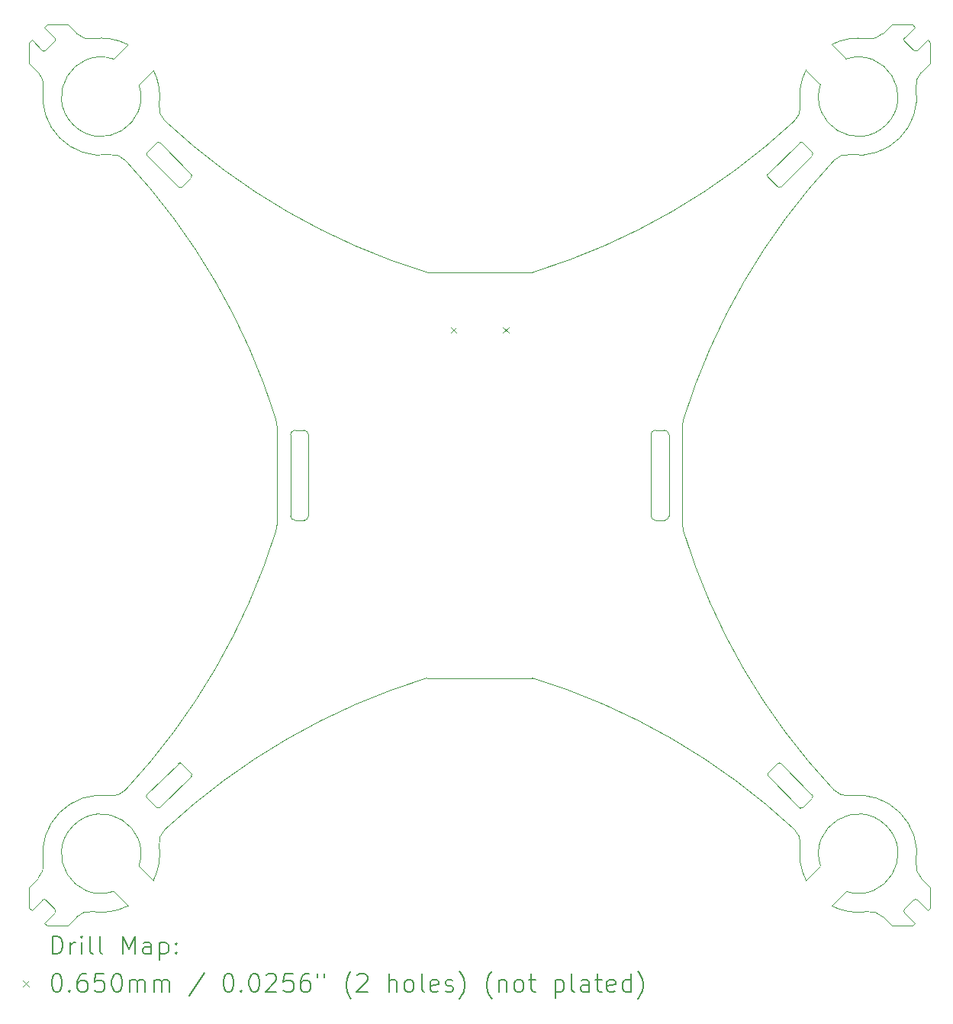
<source format=gbr>
%TF.GenerationSoftware,KiCad,Pcbnew,9.0.0*%
%TF.CreationDate,2025-03-11T12:59:44+05:30*%
%TF.ProjectId,LiteWingV2.5C,4c697465-5769-46e6-9756-322e35432e6b,rev?*%
%TF.SameCoordinates,Original*%
%TF.FileFunction,Drillmap*%
%TF.FilePolarity,Positive*%
%FSLAX45Y45*%
G04 Gerber Fmt 4.5, Leading zero omitted, Abs format (unit mm)*
G04 Created by KiCad (PCBNEW 9.0.0) date 2025-03-11 12:59:44*
%MOMM*%
%LPD*%
G01*
G04 APERTURE LIST*
%ADD10C,0.025400*%
%ADD11C,0.025000*%
%ADD12C,0.200000*%
%ADD13C,0.100000*%
G04 APERTURE END LIST*
D10*
X10630039Y-5860798D02*
G75*
G02*
X10807188Y-5924924I28521J-197962D01*
G01*
X10167175Y-14417398D02*
X10268293Y-14316281D01*
X10807179Y-12909857D02*
G75*
G02*
X10630041Y-12973973I-148619J133847D01*
G01*
X16998650Y-10037100D02*
G75*
G02*
X16987851Y-9966900I188640J64950D01*
G01*
X10439971Y-4574796D02*
G75*
G02*
X10268286Y-4518517I-30251J197726D01*
G01*
X11045888Y-12997602D02*
G75*
G02*
X11044065Y-12962351I16812J18542D01*
G01*
X18641809Y-4638652D02*
X18802007Y-4798850D01*
X18075712Y-6214991D02*
G75*
G02*
X18040452Y-6213167I-16712J18662D01*
G01*
X11245253Y-5486860D02*
G75*
G02*
X11181132Y-5309722I133807J148610D01*
G01*
D11*
X11245253Y-13347931D02*
G75*
G02*
X14152750Y-11667400I5103267J-5473789D01*
G01*
X18668236Y-12909869D02*
G75*
G02*
X16998650Y-10037100I5315111J5010564D01*
G01*
D10*
X19555048Y-14130206D02*
G75*
G02*
X19591234Y-14129326I18513J-16804D01*
G01*
X18230177Y-13347931D02*
G75*
G02*
X18294299Y-13525069I-133827J-148619D01*
G01*
X9766868Y-4588146D02*
X9737712Y-4617392D01*
X9768466Y-14248242D02*
X9885788Y-14130919D01*
D11*
X12477150Y-10036400D02*
G75*
G02*
X10807179Y-12909857I-7143563J2229637D01*
G01*
D10*
X9737712Y-4617392D02*
X9737712Y-4846856D01*
X10956252Y-13753112D02*
X11116449Y-13913310D01*
X18519254Y-13753366D02*
G75*
G02*
X18802463Y-14036096I418466J135966D01*
G01*
D11*
X16785695Y-8917400D02*
G75*
G02*
X16837597Y-8967645I-175J-52110D01*
G01*
D10*
X18424524Y-5833103D02*
G75*
G02*
X18426352Y-5868358I-16814J-18547D01*
G01*
X19450526Y-4600062D02*
G75*
G02*
X19553443Y-4702987I-1040406J-1143248D01*
G01*
X18802007Y-14035941D02*
X18641809Y-14196139D01*
X19537718Y-4417393D02*
X19308254Y-4417393D01*
X9884190Y-4705469D02*
X9766868Y-4588146D01*
X9906868Y-4448146D02*
X10024191Y-4565468D01*
X16987850Y-8866900D02*
G75*
G02*
X16998849Y-8797700I210850J1960D01*
G01*
X19737717Y-4617392D02*
X19706964Y-4586549D01*
D11*
X12691861Y-9917400D02*
X12789805Y-9917400D01*
X16987850Y-8866900D02*
X16987850Y-9966900D01*
D10*
X18044911Y-12616474D02*
G75*
G02*
X18080159Y-12614654I18539J-16816D01*
G01*
X11394690Y-12615713D02*
G75*
G02*
X11429959Y-12617553I16710J-18647D01*
G01*
X11185712Y-13103991D02*
X11536348Y-12757354D01*
X18845390Y-12973992D02*
G75*
G02*
X18668236Y-12909869I-28520J197982D01*
G01*
X18284690Y-5726713D02*
G75*
G02*
X18319959Y-5728553I16710J-18647D01*
G01*
X18294362Y-5310101D02*
G75*
G02*
X18230177Y-5486861I-197992J-28139D01*
G01*
X17935888Y-6108602D02*
G75*
G02*
X17934065Y-6073351I16812J18542D01*
G01*
X11429213Y-6219367D02*
G75*
G02*
X11393962Y-6221191I-18543J16828D01*
G01*
D11*
X18230177Y-5486860D02*
G75*
G02*
X15322750Y-7167391I-5103403J5473931D01*
G01*
X12837750Y-9867155D02*
G75*
G02*
X12789805Y-9917403I-47950J-2245D01*
G01*
D10*
X19449641Y-4563871D02*
X19566964Y-4446549D01*
X18424524Y-5833103D02*
X18319964Y-5728549D01*
X19636600Y-13886817D02*
G75*
G02*
X19580238Y-13715723I141420J141417D01*
G01*
X19591239Y-14129321D02*
X19708561Y-14246644D01*
X19566964Y-4446549D02*
X19537718Y-4417393D01*
X19737717Y-4846856D02*
X19737717Y-4617392D01*
X9737712Y-13987935D02*
X9737712Y-14217398D01*
D11*
X15322750Y-11667400D02*
G75*
G02*
X18230178Y-13347930I-2195970J-7154460D01*
G01*
D10*
X10024904Y-14234729D02*
G75*
G02*
X10025793Y-14270924I-16804J-18521D01*
G01*
X17938521Y-12756297D02*
X18285158Y-13106933D01*
X19706964Y-4586549D02*
X19589642Y-4703872D01*
X19034899Y-14260096D02*
G75*
G02*
X18641809Y-14196139I-97189J642636D01*
G01*
X9838829Y-4947973D02*
G75*
G02*
X9895108Y-5119651I-141429J-141427D01*
G01*
X10832808Y-14196545D02*
G75*
G02*
X10439388Y-14259911I-295098J579175D01*
G01*
D11*
X14152750Y-7167391D02*
G75*
G02*
X11245253Y-5486860I2195766J7154314D01*
G01*
X16837250Y-9867400D02*
G75*
G02*
X16787250Y-9917400I-50000J0D01*
G01*
D10*
X19737717Y-13987935D02*
X19636600Y-13886817D01*
X19308254Y-14417398D02*
X19537718Y-14417398D01*
X18320410Y-13105109D02*
X18424964Y-13000549D01*
X11047325Y-5870555D02*
G75*
G02*
X11049147Y-5835293I18635J16716D01*
G01*
X19308254Y-4417393D02*
X19207137Y-4518510D01*
D11*
X12636950Y-8967400D02*
G75*
G02*
X12689005Y-8917637I52060J-2350D01*
G01*
D10*
X11153714Y-5730732D02*
G75*
G02*
X11049149Y-5835295I-976204J871662D01*
G01*
D11*
X16687750Y-8917400D02*
X16785695Y-8917400D01*
D10*
X10024191Y-4565468D02*
G75*
G02*
X10023309Y-4601671I-17671J-17682D01*
G01*
X10440505Y-4574695D02*
G75*
G02*
X10833620Y-4638652I97205J-642655D01*
G01*
X10167175Y-4417393D02*
X9937712Y-4417393D01*
X9908466Y-14388242D02*
X9937712Y-14417398D01*
D11*
X16837605Y-8967645D02*
X16837250Y-9867400D01*
D10*
X19568561Y-14386644D02*
X19451238Y-14269322D01*
X9838829Y-13886817D02*
X9737712Y-13987935D01*
X18358980Y-13913310D02*
G75*
G02*
X18294360Y-13524690I578770J295920D01*
G01*
X9895014Y-13714605D02*
G75*
G02*
X10630420Y-12974040I642692J97209D01*
G01*
X10673423Y-4798850D02*
X10833620Y-4638652D01*
X11185712Y-13103991D02*
G75*
G02*
X11150452Y-13102167I-16712J18662D01*
G01*
X9920381Y-4704584D02*
G75*
G02*
X10023305Y-4601667I1143249J-1040406D01*
G01*
D11*
X12636950Y-8967400D02*
X12637750Y-9867155D01*
D10*
X19555048Y-14130206D02*
G75*
G02*
X19452123Y-14233123I-1143248J1040406D01*
G01*
D11*
X12691861Y-9917400D02*
G75*
G02*
X12637749Y-9867155I-261J53980D01*
G01*
D10*
X18802007Y-4798850D02*
G75*
G02*
X18519015Y-5082166I135693J-418530D01*
G01*
X19450526Y-4600062D02*
G75*
G02*
X19449636Y-4563866I16804J18522D01*
G01*
X10629303Y-5860925D02*
G75*
G02*
X9895169Y-5119065I-91593J643535D01*
G01*
X18294362Y-5310101D02*
G75*
G02*
X18359074Y-4921299I643328J92711D01*
G01*
X10024904Y-14234729D02*
G75*
G02*
X9921987Y-14131804I1040407J1143249D01*
G01*
X19580415Y-5120211D02*
G75*
G02*
X18845009Y-5860744I-642695J-97179D01*
G01*
X19207137Y-14316281D02*
X19308254Y-14417398D01*
X18044911Y-12616474D02*
G75*
G02*
X17940345Y-12721036I-975981J871444D01*
G01*
D11*
X12689805Y-8917400D02*
X12786950Y-8917400D01*
D10*
X11394690Y-12615713D02*
X11044065Y-12962350D01*
X19580314Y-5119652D02*
G75*
G02*
X19636595Y-4947968I197716J30252D01*
G01*
X10673423Y-14035941D02*
G75*
G02*
X10956413Y-13752632I-135700J418538D01*
G01*
X19708561Y-14246644D02*
X19737717Y-14217398D01*
D11*
X16689305Y-9917400D02*
G75*
G02*
X16637252Y-9867400I-245J51840D01*
G01*
D10*
X9937712Y-14417398D02*
X10167175Y-14417398D01*
D11*
X16998850Y-8797700D02*
G75*
G02*
X18668250Y-5924934I7140490J-2227990D01*
G01*
D10*
X15322750Y-7167391D02*
X14152750Y-7167391D01*
X10025789Y-14270920D02*
X9908466Y-14388242D01*
X19537718Y-14417397D02*
X19568561Y-14386644D01*
X18426800Y-12965276D02*
X18080162Y-12614650D01*
D11*
X10807179Y-5924933D02*
G75*
G02*
X12477050Y-8798400I-5472889J-5102429D01*
G01*
D10*
X11429213Y-6219367D02*
X11533767Y-6114807D01*
X11535603Y-6079534D02*
X11188966Y-5728908D01*
X12477050Y-8798400D02*
G75*
G02*
X12487549Y-8868200I-204040J-66380D01*
G01*
X19035458Y-14259994D02*
G75*
G02*
X19207140Y-14316277I30262J-197676D01*
G01*
X19636600Y-4947973D02*
X19737717Y-4846856D01*
X9885788Y-14130919D02*
G75*
G02*
X9921992Y-14131800I17682J-17681D01*
G01*
X19737717Y-14217398D02*
X19737717Y-13987935D01*
X18668250Y-5924933D02*
G75*
G02*
X18845387Y-5860817I148630J-133877D01*
G01*
X19589642Y-4703872D02*
G75*
G02*
X19553439Y-4702990I-17682J17652D01*
G01*
D11*
X12487550Y-8868200D02*
X12487950Y-9967100D01*
D10*
X12487950Y-9967100D02*
G75*
G02*
X12477149Y-10036400I-308890J12650D01*
G01*
X11116449Y-4921506D02*
X10956252Y-5081679D01*
X18519152Y-5081679D02*
X18358980Y-4921506D01*
X14152750Y-11667400D02*
X15322750Y-11667400D01*
X18426800Y-12965276D02*
G75*
G02*
X18424964Y-13000550I-18650J-16714D01*
G01*
X17938521Y-12756297D02*
G75*
G02*
X17940341Y-12721032I18649J16717D01*
G01*
X11181118Y-13525071D02*
G75*
G02*
X11245240Y-13347917I197982J28521D01*
G01*
X19207137Y-4518510D02*
G75*
G02*
X19035458Y-4574792I-141417J141390D01*
G01*
X10833620Y-14196139D02*
X10673423Y-14035941D01*
D11*
X16787250Y-9917400D02*
X16689805Y-9917400D01*
D10*
X9895014Y-13714605D02*
G75*
G02*
X9838832Y-13886821I-197584J-30815D01*
G01*
D11*
X12786950Y-8917400D02*
G75*
G02*
X12836950Y-8967400I0J-50000D01*
G01*
D10*
X11534524Y-12722103D02*
G75*
G02*
X11536352Y-12757358I-16814J-18547D01*
G01*
D11*
X12836950Y-8967400D02*
X12837750Y-9867155D01*
D10*
X11153714Y-5730732D02*
G75*
G02*
X11188968Y-5728906I18546J-16828D01*
G01*
X11116348Y-4921303D02*
G75*
G02*
X11181056Y-5310099I-578638J-296087D01*
G01*
X11047325Y-5870555D02*
X11393962Y-6221191D01*
X17935888Y-6108602D02*
G75*
G02*
X18040451Y-6213167I-871458J-975998D01*
G01*
X18358980Y-13913310D02*
X18519254Y-13753366D01*
X11181118Y-13525071D02*
G75*
G02*
X11116449Y-13913310I-643438J-92329D01*
G01*
X18284690Y-5726713D02*
X17934065Y-6073350D01*
X11535603Y-6079534D02*
G75*
G02*
X11533769Y-6114809I-18643J-16716D01*
G01*
X10956252Y-5081679D02*
G75*
G02*
X10672942Y-4798689I-418538J-135700D01*
G01*
X18642622Y-4638246D02*
G75*
G02*
X19036041Y-4574875I295108J-579194D01*
G01*
X19451238Y-14269322D02*
G75*
G02*
X19452120Y-14233120I17642J17682D01*
G01*
X10268293Y-14316281D02*
G75*
G02*
X10439970Y-14259998I141427J-141419D01*
G01*
D11*
X16637605Y-8967645D02*
G75*
G02*
X16687605Y-8917645I49985J15D01*
G01*
D10*
X18075712Y-6214991D02*
X18426348Y-5868354D01*
X9920381Y-4704584D02*
G75*
G02*
X9884186Y-4705472I-18521J16804D01*
G01*
X10268293Y-4518510D02*
X10167175Y-4417393D01*
X9937711Y-4417393D02*
X9906868Y-4448146D01*
X11534524Y-12722103D02*
X11429964Y-12617549D01*
X9737712Y-4846856D02*
X9838829Y-4947973D01*
D11*
X16637605Y-8967645D02*
X16637250Y-9867400D01*
D10*
X18846127Y-12973891D02*
G75*
G02*
X19580235Y-13715723I91603J-643499D01*
G01*
X9737713Y-14217399D02*
X9768466Y-14248242D01*
X11045888Y-12997602D02*
G75*
G02*
X11150451Y-13102167I-871618J-976158D01*
G01*
X18320410Y-13105109D02*
G75*
G02*
X18285162Y-13106929I-18540J16829D01*
G01*
D12*
D13*
X14416250Y-7773400D02*
X14481250Y-7838400D01*
X14481250Y-7773400D02*
X14416250Y-7838400D01*
X14994250Y-7773400D02*
X15059250Y-7838400D01*
X15059250Y-7773400D02*
X14994250Y-7838400D01*
D12*
X9997218Y-14730152D02*
X9997218Y-14530152D01*
X9997218Y-14530152D02*
X10044837Y-14530152D01*
X10044837Y-14530152D02*
X10073409Y-14539676D01*
X10073409Y-14539676D02*
X10092457Y-14558723D01*
X10092457Y-14558723D02*
X10101980Y-14577771D01*
X10101980Y-14577771D02*
X10111504Y-14615866D01*
X10111504Y-14615866D02*
X10111504Y-14644437D01*
X10111504Y-14644437D02*
X10101980Y-14682533D01*
X10101980Y-14682533D02*
X10092457Y-14701580D01*
X10092457Y-14701580D02*
X10073409Y-14720628D01*
X10073409Y-14720628D02*
X10044837Y-14730152D01*
X10044837Y-14730152D02*
X9997218Y-14730152D01*
X10197218Y-14730152D02*
X10197218Y-14596818D01*
X10197218Y-14634914D02*
X10206742Y-14615866D01*
X10206742Y-14615866D02*
X10216266Y-14606342D01*
X10216266Y-14606342D02*
X10235314Y-14596818D01*
X10235314Y-14596818D02*
X10254361Y-14596818D01*
X10321028Y-14730152D02*
X10321028Y-14596818D01*
X10321028Y-14530152D02*
X10311504Y-14539676D01*
X10311504Y-14539676D02*
X10321028Y-14549199D01*
X10321028Y-14549199D02*
X10330552Y-14539676D01*
X10330552Y-14539676D02*
X10321028Y-14530152D01*
X10321028Y-14530152D02*
X10321028Y-14549199D01*
X10444837Y-14730152D02*
X10425790Y-14720628D01*
X10425790Y-14720628D02*
X10416266Y-14701580D01*
X10416266Y-14701580D02*
X10416266Y-14530152D01*
X10549599Y-14730152D02*
X10530552Y-14720628D01*
X10530552Y-14720628D02*
X10521028Y-14701580D01*
X10521028Y-14701580D02*
X10521028Y-14530152D01*
X10778171Y-14730152D02*
X10778171Y-14530152D01*
X10778171Y-14530152D02*
X10844838Y-14673009D01*
X10844838Y-14673009D02*
X10911504Y-14530152D01*
X10911504Y-14530152D02*
X10911504Y-14730152D01*
X11092457Y-14730152D02*
X11092457Y-14625390D01*
X11092457Y-14625390D02*
X11082933Y-14606342D01*
X11082933Y-14606342D02*
X11063885Y-14596818D01*
X11063885Y-14596818D02*
X11025790Y-14596818D01*
X11025790Y-14596818D02*
X11006742Y-14606342D01*
X11092457Y-14720628D02*
X11073409Y-14730152D01*
X11073409Y-14730152D02*
X11025790Y-14730152D01*
X11025790Y-14730152D02*
X11006742Y-14720628D01*
X11006742Y-14720628D02*
X10997218Y-14701580D01*
X10997218Y-14701580D02*
X10997218Y-14682533D01*
X10997218Y-14682533D02*
X11006742Y-14663485D01*
X11006742Y-14663485D02*
X11025790Y-14653961D01*
X11025790Y-14653961D02*
X11073409Y-14653961D01*
X11073409Y-14653961D02*
X11092457Y-14644437D01*
X11187695Y-14596818D02*
X11187695Y-14796818D01*
X11187695Y-14606342D02*
X11206742Y-14596818D01*
X11206742Y-14596818D02*
X11244837Y-14596818D01*
X11244837Y-14596818D02*
X11263885Y-14606342D01*
X11263885Y-14606342D02*
X11273409Y-14615866D01*
X11273409Y-14615866D02*
X11282933Y-14634914D01*
X11282933Y-14634914D02*
X11282933Y-14692056D01*
X11282933Y-14692056D02*
X11273409Y-14711104D01*
X11273409Y-14711104D02*
X11263885Y-14720628D01*
X11263885Y-14720628D02*
X11244837Y-14730152D01*
X11244837Y-14730152D02*
X11206742Y-14730152D01*
X11206742Y-14730152D02*
X11187695Y-14720628D01*
X11368647Y-14711104D02*
X11378171Y-14720628D01*
X11378171Y-14720628D02*
X11368647Y-14730152D01*
X11368647Y-14730152D02*
X11359123Y-14720628D01*
X11359123Y-14720628D02*
X11368647Y-14711104D01*
X11368647Y-14711104D02*
X11368647Y-14730152D01*
X11368647Y-14606342D02*
X11378171Y-14615866D01*
X11378171Y-14615866D02*
X11368647Y-14625390D01*
X11368647Y-14625390D02*
X11359123Y-14615866D01*
X11359123Y-14615866D02*
X11368647Y-14606342D01*
X11368647Y-14606342D02*
X11368647Y-14625390D01*
D13*
X9671442Y-15026168D02*
X9736442Y-15091168D01*
X9736442Y-15026168D02*
X9671442Y-15091168D01*
D12*
X10035314Y-14950152D02*
X10054361Y-14950152D01*
X10054361Y-14950152D02*
X10073409Y-14959676D01*
X10073409Y-14959676D02*
X10082933Y-14969199D01*
X10082933Y-14969199D02*
X10092457Y-14988247D01*
X10092457Y-14988247D02*
X10101980Y-15026342D01*
X10101980Y-15026342D02*
X10101980Y-15073961D01*
X10101980Y-15073961D02*
X10092457Y-15112056D01*
X10092457Y-15112056D02*
X10082933Y-15131104D01*
X10082933Y-15131104D02*
X10073409Y-15140628D01*
X10073409Y-15140628D02*
X10054361Y-15150152D01*
X10054361Y-15150152D02*
X10035314Y-15150152D01*
X10035314Y-15150152D02*
X10016266Y-15140628D01*
X10016266Y-15140628D02*
X10006742Y-15131104D01*
X10006742Y-15131104D02*
X9997218Y-15112056D01*
X9997218Y-15112056D02*
X9987695Y-15073961D01*
X9987695Y-15073961D02*
X9987695Y-15026342D01*
X9987695Y-15026342D02*
X9997218Y-14988247D01*
X9997218Y-14988247D02*
X10006742Y-14969199D01*
X10006742Y-14969199D02*
X10016266Y-14959676D01*
X10016266Y-14959676D02*
X10035314Y-14950152D01*
X10187695Y-15131104D02*
X10197218Y-15140628D01*
X10197218Y-15140628D02*
X10187695Y-15150152D01*
X10187695Y-15150152D02*
X10178171Y-15140628D01*
X10178171Y-15140628D02*
X10187695Y-15131104D01*
X10187695Y-15131104D02*
X10187695Y-15150152D01*
X10368647Y-14950152D02*
X10330552Y-14950152D01*
X10330552Y-14950152D02*
X10311504Y-14959676D01*
X10311504Y-14959676D02*
X10301980Y-14969199D01*
X10301980Y-14969199D02*
X10282933Y-14997771D01*
X10282933Y-14997771D02*
X10273409Y-15035866D01*
X10273409Y-15035866D02*
X10273409Y-15112056D01*
X10273409Y-15112056D02*
X10282933Y-15131104D01*
X10282933Y-15131104D02*
X10292457Y-15140628D01*
X10292457Y-15140628D02*
X10311504Y-15150152D01*
X10311504Y-15150152D02*
X10349599Y-15150152D01*
X10349599Y-15150152D02*
X10368647Y-15140628D01*
X10368647Y-15140628D02*
X10378171Y-15131104D01*
X10378171Y-15131104D02*
X10387695Y-15112056D01*
X10387695Y-15112056D02*
X10387695Y-15064437D01*
X10387695Y-15064437D02*
X10378171Y-15045390D01*
X10378171Y-15045390D02*
X10368647Y-15035866D01*
X10368647Y-15035866D02*
X10349599Y-15026342D01*
X10349599Y-15026342D02*
X10311504Y-15026342D01*
X10311504Y-15026342D02*
X10292457Y-15035866D01*
X10292457Y-15035866D02*
X10282933Y-15045390D01*
X10282933Y-15045390D02*
X10273409Y-15064437D01*
X10568647Y-14950152D02*
X10473409Y-14950152D01*
X10473409Y-14950152D02*
X10463885Y-15045390D01*
X10463885Y-15045390D02*
X10473409Y-15035866D01*
X10473409Y-15035866D02*
X10492457Y-15026342D01*
X10492457Y-15026342D02*
X10540076Y-15026342D01*
X10540076Y-15026342D02*
X10559123Y-15035866D01*
X10559123Y-15035866D02*
X10568647Y-15045390D01*
X10568647Y-15045390D02*
X10578171Y-15064437D01*
X10578171Y-15064437D02*
X10578171Y-15112056D01*
X10578171Y-15112056D02*
X10568647Y-15131104D01*
X10568647Y-15131104D02*
X10559123Y-15140628D01*
X10559123Y-15140628D02*
X10540076Y-15150152D01*
X10540076Y-15150152D02*
X10492457Y-15150152D01*
X10492457Y-15150152D02*
X10473409Y-15140628D01*
X10473409Y-15140628D02*
X10463885Y-15131104D01*
X10701980Y-14950152D02*
X10721028Y-14950152D01*
X10721028Y-14950152D02*
X10740076Y-14959676D01*
X10740076Y-14959676D02*
X10749599Y-14969199D01*
X10749599Y-14969199D02*
X10759123Y-14988247D01*
X10759123Y-14988247D02*
X10768647Y-15026342D01*
X10768647Y-15026342D02*
X10768647Y-15073961D01*
X10768647Y-15073961D02*
X10759123Y-15112056D01*
X10759123Y-15112056D02*
X10749599Y-15131104D01*
X10749599Y-15131104D02*
X10740076Y-15140628D01*
X10740076Y-15140628D02*
X10721028Y-15150152D01*
X10721028Y-15150152D02*
X10701980Y-15150152D01*
X10701980Y-15150152D02*
X10682933Y-15140628D01*
X10682933Y-15140628D02*
X10673409Y-15131104D01*
X10673409Y-15131104D02*
X10663885Y-15112056D01*
X10663885Y-15112056D02*
X10654361Y-15073961D01*
X10654361Y-15073961D02*
X10654361Y-15026342D01*
X10654361Y-15026342D02*
X10663885Y-14988247D01*
X10663885Y-14988247D02*
X10673409Y-14969199D01*
X10673409Y-14969199D02*
X10682933Y-14959676D01*
X10682933Y-14959676D02*
X10701980Y-14950152D01*
X10854361Y-15150152D02*
X10854361Y-15016818D01*
X10854361Y-15035866D02*
X10863885Y-15026342D01*
X10863885Y-15026342D02*
X10882933Y-15016818D01*
X10882933Y-15016818D02*
X10911504Y-15016818D01*
X10911504Y-15016818D02*
X10930552Y-15026342D01*
X10930552Y-15026342D02*
X10940076Y-15045390D01*
X10940076Y-15045390D02*
X10940076Y-15150152D01*
X10940076Y-15045390D02*
X10949599Y-15026342D01*
X10949599Y-15026342D02*
X10968647Y-15016818D01*
X10968647Y-15016818D02*
X10997218Y-15016818D01*
X10997218Y-15016818D02*
X11016266Y-15026342D01*
X11016266Y-15026342D02*
X11025790Y-15045390D01*
X11025790Y-15045390D02*
X11025790Y-15150152D01*
X11121028Y-15150152D02*
X11121028Y-15016818D01*
X11121028Y-15035866D02*
X11130552Y-15026342D01*
X11130552Y-15026342D02*
X11149599Y-15016818D01*
X11149599Y-15016818D02*
X11178171Y-15016818D01*
X11178171Y-15016818D02*
X11197218Y-15026342D01*
X11197218Y-15026342D02*
X11206742Y-15045390D01*
X11206742Y-15045390D02*
X11206742Y-15150152D01*
X11206742Y-15045390D02*
X11216266Y-15026342D01*
X11216266Y-15026342D02*
X11235314Y-15016818D01*
X11235314Y-15016818D02*
X11263885Y-15016818D01*
X11263885Y-15016818D02*
X11282933Y-15026342D01*
X11282933Y-15026342D02*
X11292457Y-15045390D01*
X11292457Y-15045390D02*
X11292457Y-15150152D01*
X11682933Y-14940628D02*
X11511504Y-15197771D01*
X11940076Y-14950152D02*
X11959123Y-14950152D01*
X11959123Y-14950152D02*
X11978171Y-14959676D01*
X11978171Y-14959676D02*
X11987695Y-14969199D01*
X11987695Y-14969199D02*
X11997219Y-14988247D01*
X11997219Y-14988247D02*
X12006742Y-15026342D01*
X12006742Y-15026342D02*
X12006742Y-15073961D01*
X12006742Y-15073961D02*
X11997219Y-15112056D01*
X11997219Y-15112056D02*
X11987695Y-15131104D01*
X11987695Y-15131104D02*
X11978171Y-15140628D01*
X11978171Y-15140628D02*
X11959123Y-15150152D01*
X11959123Y-15150152D02*
X11940076Y-15150152D01*
X11940076Y-15150152D02*
X11921028Y-15140628D01*
X11921028Y-15140628D02*
X11911504Y-15131104D01*
X11911504Y-15131104D02*
X11901980Y-15112056D01*
X11901980Y-15112056D02*
X11892457Y-15073961D01*
X11892457Y-15073961D02*
X11892457Y-15026342D01*
X11892457Y-15026342D02*
X11901980Y-14988247D01*
X11901980Y-14988247D02*
X11911504Y-14969199D01*
X11911504Y-14969199D02*
X11921028Y-14959676D01*
X11921028Y-14959676D02*
X11940076Y-14950152D01*
X12092457Y-15131104D02*
X12101980Y-15140628D01*
X12101980Y-15140628D02*
X12092457Y-15150152D01*
X12092457Y-15150152D02*
X12082933Y-15140628D01*
X12082933Y-15140628D02*
X12092457Y-15131104D01*
X12092457Y-15131104D02*
X12092457Y-15150152D01*
X12225790Y-14950152D02*
X12244838Y-14950152D01*
X12244838Y-14950152D02*
X12263885Y-14959676D01*
X12263885Y-14959676D02*
X12273409Y-14969199D01*
X12273409Y-14969199D02*
X12282933Y-14988247D01*
X12282933Y-14988247D02*
X12292457Y-15026342D01*
X12292457Y-15026342D02*
X12292457Y-15073961D01*
X12292457Y-15073961D02*
X12282933Y-15112056D01*
X12282933Y-15112056D02*
X12273409Y-15131104D01*
X12273409Y-15131104D02*
X12263885Y-15140628D01*
X12263885Y-15140628D02*
X12244838Y-15150152D01*
X12244838Y-15150152D02*
X12225790Y-15150152D01*
X12225790Y-15150152D02*
X12206742Y-15140628D01*
X12206742Y-15140628D02*
X12197219Y-15131104D01*
X12197219Y-15131104D02*
X12187695Y-15112056D01*
X12187695Y-15112056D02*
X12178171Y-15073961D01*
X12178171Y-15073961D02*
X12178171Y-15026342D01*
X12178171Y-15026342D02*
X12187695Y-14988247D01*
X12187695Y-14988247D02*
X12197219Y-14969199D01*
X12197219Y-14969199D02*
X12206742Y-14959676D01*
X12206742Y-14959676D02*
X12225790Y-14950152D01*
X12368647Y-14969199D02*
X12378171Y-14959676D01*
X12378171Y-14959676D02*
X12397219Y-14950152D01*
X12397219Y-14950152D02*
X12444838Y-14950152D01*
X12444838Y-14950152D02*
X12463885Y-14959676D01*
X12463885Y-14959676D02*
X12473409Y-14969199D01*
X12473409Y-14969199D02*
X12482933Y-14988247D01*
X12482933Y-14988247D02*
X12482933Y-15007295D01*
X12482933Y-15007295D02*
X12473409Y-15035866D01*
X12473409Y-15035866D02*
X12359123Y-15150152D01*
X12359123Y-15150152D02*
X12482933Y-15150152D01*
X12663885Y-14950152D02*
X12568647Y-14950152D01*
X12568647Y-14950152D02*
X12559123Y-15045390D01*
X12559123Y-15045390D02*
X12568647Y-15035866D01*
X12568647Y-15035866D02*
X12587695Y-15026342D01*
X12587695Y-15026342D02*
X12635314Y-15026342D01*
X12635314Y-15026342D02*
X12654361Y-15035866D01*
X12654361Y-15035866D02*
X12663885Y-15045390D01*
X12663885Y-15045390D02*
X12673409Y-15064437D01*
X12673409Y-15064437D02*
X12673409Y-15112056D01*
X12673409Y-15112056D02*
X12663885Y-15131104D01*
X12663885Y-15131104D02*
X12654361Y-15140628D01*
X12654361Y-15140628D02*
X12635314Y-15150152D01*
X12635314Y-15150152D02*
X12587695Y-15150152D01*
X12587695Y-15150152D02*
X12568647Y-15140628D01*
X12568647Y-15140628D02*
X12559123Y-15131104D01*
X12844838Y-14950152D02*
X12806742Y-14950152D01*
X12806742Y-14950152D02*
X12787695Y-14959676D01*
X12787695Y-14959676D02*
X12778171Y-14969199D01*
X12778171Y-14969199D02*
X12759123Y-14997771D01*
X12759123Y-14997771D02*
X12749600Y-15035866D01*
X12749600Y-15035866D02*
X12749600Y-15112056D01*
X12749600Y-15112056D02*
X12759123Y-15131104D01*
X12759123Y-15131104D02*
X12768647Y-15140628D01*
X12768647Y-15140628D02*
X12787695Y-15150152D01*
X12787695Y-15150152D02*
X12825790Y-15150152D01*
X12825790Y-15150152D02*
X12844838Y-15140628D01*
X12844838Y-15140628D02*
X12854361Y-15131104D01*
X12854361Y-15131104D02*
X12863885Y-15112056D01*
X12863885Y-15112056D02*
X12863885Y-15064437D01*
X12863885Y-15064437D02*
X12854361Y-15045390D01*
X12854361Y-15045390D02*
X12844838Y-15035866D01*
X12844838Y-15035866D02*
X12825790Y-15026342D01*
X12825790Y-15026342D02*
X12787695Y-15026342D01*
X12787695Y-15026342D02*
X12768647Y-15035866D01*
X12768647Y-15035866D02*
X12759123Y-15045390D01*
X12759123Y-15045390D02*
X12749600Y-15064437D01*
X12940076Y-14950152D02*
X12940076Y-14988247D01*
X13016266Y-14950152D02*
X13016266Y-14988247D01*
X13311504Y-15226342D02*
X13301981Y-15216818D01*
X13301981Y-15216818D02*
X13282933Y-15188247D01*
X13282933Y-15188247D02*
X13273409Y-15169199D01*
X13273409Y-15169199D02*
X13263885Y-15140628D01*
X13263885Y-15140628D02*
X13254362Y-15093009D01*
X13254362Y-15093009D02*
X13254362Y-15054914D01*
X13254362Y-15054914D02*
X13263885Y-15007295D01*
X13263885Y-15007295D02*
X13273409Y-14978723D01*
X13273409Y-14978723D02*
X13282933Y-14959676D01*
X13282933Y-14959676D02*
X13301981Y-14931104D01*
X13301981Y-14931104D02*
X13311504Y-14921580D01*
X13378171Y-14969199D02*
X13387695Y-14959676D01*
X13387695Y-14959676D02*
X13406742Y-14950152D01*
X13406742Y-14950152D02*
X13454362Y-14950152D01*
X13454362Y-14950152D02*
X13473409Y-14959676D01*
X13473409Y-14959676D02*
X13482933Y-14969199D01*
X13482933Y-14969199D02*
X13492457Y-14988247D01*
X13492457Y-14988247D02*
X13492457Y-15007295D01*
X13492457Y-15007295D02*
X13482933Y-15035866D01*
X13482933Y-15035866D02*
X13368647Y-15150152D01*
X13368647Y-15150152D02*
X13492457Y-15150152D01*
X13730552Y-15150152D02*
X13730552Y-14950152D01*
X13816266Y-15150152D02*
X13816266Y-15045390D01*
X13816266Y-15045390D02*
X13806743Y-15026342D01*
X13806743Y-15026342D02*
X13787695Y-15016818D01*
X13787695Y-15016818D02*
X13759123Y-15016818D01*
X13759123Y-15016818D02*
X13740076Y-15026342D01*
X13740076Y-15026342D02*
X13730552Y-15035866D01*
X13940076Y-15150152D02*
X13921028Y-15140628D01*
X13921028Y-15140628D02*
X13911504Y-15131104D01*
X13911504Y-15131104D02*
X13901981Y-15112056D01*
X13901981Y-15112056D02*
X13901981Y-15054914D01*
X13901981Y-15054914D02*
X13911504Y-15035866D01*
X13911504Y-15035866D02*
X13921028Y-15026342D01*
X13921028Y-15026342D02*
X13940076Y-15016818D01*
X13940076Y-15016818D02*
X13968647Y-15016818D01*
X13968647Y-15016818D02*
X13987695Y-15026342D01*
X13987695Y-15026342D02*
X13997219Y-15035866D01*
X13997219Y-15035866D02*
X14006743Y-15054914D01*
X14006743Y-15054914D02*
X14006743Y-15112056D01*
X14006743Y-15112056D02*
X13997219Y-15131104D01*
X13997219Y-15131104D02*
X13987695Y-15140628D01*
X13987695Y-15140628D02*
X13968647Y-15150152D01*
X13968647Y-15150152D02*
X13940076Y-15150152D01*
X14121028Y-15150152D02*
X14101981Y-15140628D01*
X14101981Y-15140628D02*
X14092457Y-15121580D01*
X14092457Y-15121580D02*
X14092457Y-14950152D01*
X14273409Y-15140628D02*
X14254362Y-15150152D01*
X14254362Y-15150152D02*
X14216266Y-15150152D01*
X14216266Y-15150152D02*
X14197219Y-15140628D01*
X14197219Y-15140628D02*
X14187695Y-15121580D01*
X14187695Y-15121580D02*
X14187695Y-15045390D01*
X14187695Y-15045390D02*
X14197219Y-15026342D01*
X14197219Y-15026342D02*
X14216266Y-15016818D01*
X14216266Y-15016818D02*
X14254362Y-15016818D01*
X14254362Y-15016818D02*
X14273409Y-15026342D01*
X14273409Y-15026342D02*
X14282933Y-15045390D01*
X14282933Y-15045390D02*
X14282933Y-15064437D01*
X14282933Y-15064437D02*
X14187695Y-15083485D01*
X14359124Y-15140628D02*
X14378171Y-15150152D01*
X14378171Y-15150152D02*
X14416266Y-15150152D01*
X14416266Y-15150152D02*
X14435314Y-15140628D01*
X14435314Y-15140628D02*
X14444838Y-15121580D01*
X14444838Y-15121580D02*
X14444838Y-15112056D01*
X14444838Y-15112056D02*
X14435314Y-15093009D01*
X14435314Y-15093009D02*
X14416266Y-15083485D01*
X14416266Y-15083485D02*
X14387695Y-15083485D01*
X14387695Y-15083485D02*
X14368647Y-15073961D01*
X14368647Y-15073961D02*
X14359124Y-15054914D01*
X14359124Y-15054914D02*
X14359124Y-15045390D01*
X14359124Y-15045390D02*
X14368647Y-15026342D01*
X14368647Y-15026342D02*
X14387695Y-15016818D01*
X14387695Y-15016818D02*
X14416266Y-15016818D01*
X14416266Y-15016818D02*
X14435314Y-15026342D01*
X14511505Y-15226342D02*
X14521028Y-15216818D01*
X14521028Y-15216818D02*
X14540076Y-15188247D01*
X14540076Y-15188247D02*
X14549600Y-15169199D01*
X14549600Y-15169199D02*
X14559124Y-15140628D01*
X14559124Y-15140628D02*
X14568647Y-15093009D01*
X14568647Y-15093009D02*
X14568647Y-15054914D01*
X14568647Y-15054914D02*
X14559124Y-15007295D01*
X14559124Y-15007295D02*
X14549600Y-14978723D01*
X14549600Y-14978723D02*
X14540076Y-14959676D01*
X14540076Y-14959676D02*
X14521028Y-14931104D01*
X14521028Y-14931104D02*
X14511505Y-14921580D01*
X14873409Y-15226342D02*
X14863885Y-15216818D01*
X14863885Y-15216818D02*
X14844838Y-15188247D01*
X14844838Y-15188247D02*
X14835314Y-15169199D01*
X14835314Y-15169199D02*
X14825790Y-15140628D01*
X14825790Y-15140628D02*
X14816266Y-15093009D01*
X14816266Y-15093009D02*
X14816266Y-15054914D01*
X14816266Y-15054914D02*
X14825790Y-15007295D01*
X14825790Y-15007295D02*
X14835314Y-14978723D01*
X14835314Y-14978723D02*
X14844838Y-14959676D01*
X14844838Y-14959676D02*
X14863885Y-14931104D01*
X14863885Y-14931104D02*
X14873409Y-14921580D01*
X14949600Y-15016818D02*
X14949600Y-15150152D01*
X14949600Y-15035866D02*
X14959124Y-15026342D01*
X14959124Y-15026342D02*
X14978171Y-15016818D01*
X14978171Y-15016818D02*
X15006743Y-15016818D01*
X15006743Y-15016818D02*
X15025790Y-15026342D01*
X15025790Y-15026342D02*
X15035314Y-15045390D01*
X15035314Y-15045390D02*
X15035314Y-15150152D01*
X15159124Y-15150152D02*
X15140076Y-15140628D01*
X15140076Y-15140628D02*
X15130552Y-15131104D01*
X15130552Y-15131104D02*
X15121028Y-15112056D01*
X15121028Y-15112056D02*
X15121028Y-15054914D01*
X15121028Y-15054914D02*
X15130552Y-15035866D01*
X15130552Y-15035866D02*
X15140076Y-15026342D01*
X15140076Y-15026342D02*
X15159124Y-15016818D01*
X15159124Y-15016818D02*
X15187695Y-15016818D01*
X15187695Y-15016818D02*
X15206743Y-15026342D01*
X15206743Y-15026342D02*
X15216266Y-15035866D01*
X15216266Y-15035866D02*
X15225790Y-15054914D01*
X15225790Y-15054914D02*
X15225790Y-15112056D01*
X15225790Y-15112056D02*
X15216266Y-15131104D01*
X15216266Y-15131104D02*
X15206743Y-15140628D01*
X15206743Y-15140628D02*
X15187695Y-15150152D01*
X15187695Y-15150152D02*
X15159124Y-15150152D01*
X15282933Y-15016818D02*
X15359124Y-15016818D01*
X15311505Y-14950152D02*
X15311505Y-15121580D01*
X15311505Y-15121580D02*
X15321028Y-15140628D01*
X15321028Y-15140628D02*
X15340076Y-15150152D01*
X15340076Y-15150152D02*
X15359124Y-15150152D01*
X15578171Y-15016818D02*
X15578171Y-15216818D01*
X15578171Y-15026342D02*
X15597219Y-15016818D01*
X15597219Y-15016818D02*
X15635314Y-15016818D01*
X15635314Y-15016818D02*
X15654362Y-15026342D01*
X15654362Y-15026342D02*
X15663886Y-15035866D01*
X15663886Y-15035866D02*
X15673409Y-15054914D01*
X15673409Y-15054914D02*
X15673409Y-15112056D01*
X15673409Y-15112056D02*
X15663886Y-15131104D01*
X15663886Y-15131104D02*
X15654362Y-15140628D01*
X15654362Y-15140628D02*
X15635314Y-15150152D01*
X15635314Y-15150152D02*
X15597219Y-15150152D01*
X15597219Y-15150152D02*
X15578171Y-15140628D01*
X15787695Y-15150152D02*
X15768647Y-15140628D01*
X15768647Y-15140628D02*
X15759124Y-15121580D01*
X15759124Y-15121580D02*
X15759124Y-14950152D01*
X15949600Y-15150152D02*
X15949600Y-15045390D01*
X15949600Y-15045390D02*
X15940076Y-15026342D01*
X15940076Y-15026342D02*
X15921028Y-15016818D01*
X15921028Y-15016818D02*
X15882933Y-15016818D01*
X15882933Y-15016818D02*
X15863886Y-15026342D01*
X15949600Y-15140628D02*
X15930552Y-15150152D01*
X15930552Y-15150152D02*
X15882933Y-15150152D01*
X15882933Y-15150152D02*
X15863886Y-15140628D01*
X15863886Y-15140628D02*
X15854362Y-15121580D01*
X15854362Y-15121580D02*
X15854362Y-15102533D01*
X15854362Y-15102533D02*
X15863886Y-15083485D01*
X15863886Y-15083485D02*
X15882933Y-15073961D01*
X15882933Y-15073961D02*
X15930552Y-15073961D01*
X15930552Y-15073961D02*
X15949600Y-15064437D01*
X16016267Y-15016818D02*
X16092457Y-15016818D01*
X16044838Y-14950152D02*
X16044838Y-15121580D01*
X16044838Y-15121580D02*
X16054362Y-15140628D01*
X16054362Y-15140628D02*
X16073409Y-15150152D01*
X16073409Y-15150152D02*
X16092457Y-15150152D01*
X16235314Y-15140628D02*
X16216267Y-15150152D01*
X16216267Y-15150152D02*
X16178171Y-15150152D01*
X16178171Y-15150152D02*
X16159124Y-15140628D01*
X16159124Y-15140628D02*
X16149600Y-15121580D01*
X16149600Y-15121580D02*
X16149600Y-15045390D01*
X16149600Y-15045390D02*
X16159124Y-15026342D01*
X16159124Y-15026342D02*
X16178171Y-15016818D01*
X16178171Y-15016818D02*
X16216267Y-15016818D01*
X16216267Y-15016818D02*
X16235314Y-15026342D01*
X16235314Y-15026342D02*
X16244838Y-15045390D01*
X16244838Y-15045390D02*
X16244838Y-15064437D01*
X16244838Y-15064437D02*
X16149600Y-15083485D01*
X16416267Y-15150152D02*
X16416267Y-14950152D01*
X16416267Y-15140628D02*
X16397219Y-15150152D01*
X16397219Y-15150152D02*
X16359124Y-15150152D01*
X16359124Y-15150152D02*
X16340076Y-15140628D01*
X16340076Y-15140628D02*
X16330552Y-15131104D01*
X16330552Y-15131104D02*
X16321028Y-15112056D01*
X16321028Y-15112056D02*
X16321028Y-15054914D01*
X16321028Y-15054914D02*
X16330552Y-15035866D01*
X16330552Y-15035866D02*
X16340076Y-15026342D01*
X16340076Y-15026342D02*
X16359124Y-15016818D01*
X16359124Y-15016818D02*
X16397219Y-15016818D01*
X16397219Y-15016818D02*
X16416267Y-15026342D01*
X16492457Y-15226342D02*
X16501981Y-15216818D01*
X16501981Y-15216818D02*
X16521028Y-15188247D01*
X16521028Y-15188247D02*
X16530552Y-15169199D01*
X16530552Y-15169199D02*
X16540076Y-15140628D01*
X16540076Y-15140628D02*
X16549600Y-15093009D01*
X16549600Y-15093009D02*
X16549600Y-15054914D01*
X16549600Y-15054914D02*
X16540076Y-15007295D01*
X16540076Y-15007295D02*
X16530552Y-14978723D01*
X16530552Y-14978723D02*
X16521028Y-14959676D01*
X16521028Y-14959676D02*
X16501981Y-14931104D01*
X16501981Y-14931104D02*
X16492457Y-14921580D01*
M02*

</source>
